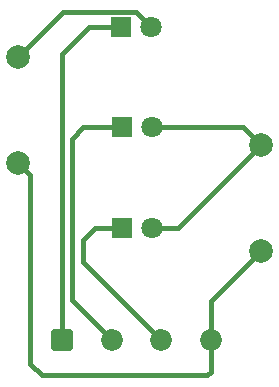
<source format=gbr>
%TF.GenerationSoftware,KiCad,Pcbnew,9.0.0*%
%TF.CreationDate,2025-03-06T15:30:41-05:00*%
%TF.ProjectId,Traffic Control System,54726166-6669-4632-9043-6f6e74726f6c,rev?*%
%TF.SameCoordinates,Original*%
%TF.FileFunction,Copper,L1,Top*%
%TF.FilePolarity,Positive*%
%FSLAX46Y46*%
G04 Gerber Fmt 4.6, Leading zero omitted, Abs format (unit mm)*
G04 Created by KiCad (PCBNEW 9.0.0) date 2025-03-06 15:30:41*
%MOMM*%
%LPD*%
G01*
G04 APERTURE LIST*
G04 Aperture macros list*
%AMRoundRect*
0 Rectangle with rounded corners*
0 $1 Rounding radius*
0 $2 $3 $4 $5 $6 $7 $8 $9 X,Y pos of 4 corners*
0 Add a 4 corners polygon primitive as box body*
4,1,4,$2,$3,$4,$5,$6,$7,$8,$9,$2,$3,0*
0 Add four circle primitives for the rounded corners*
1,1,$1+$1,$2,$3*
1,1,$1+$1,$4,$5*
1,1,$1+$1,$6,$7*
1,1,$1+$1,$8,$9*
0 Add four rect primitives between the rounded corners*
20,1,$1+$1,$2,$3,$4,$5,0*
20,1,$1+$1,$4,$5,$6,$7,0*
20,1,$1+$1,$6,$7,$8,$9,0*
20,1,$1+$1,$8,$9,$2,$3,0*%
G04 Aperture macros list end*
%TA.AperFunction,ComponentPad*%
%ADD10RoundRect,0.250000X-0.675000X-0.675000X0.675000X-0.675000X0.675000X0.675000X-0.675000X0.675000X0*%
%TD*%
%TA.AperFunction,ComponentPad*%
%ADD11C,1.850000*%
%TD*%
%TA.AperFunction,ComponentPad*%
%ADD12R,1.800000X1.800000*%
%TD*%
%TA.AperFunction,ComponentPad*%
%ADD13C,1.800000*%
%TD*%
%TA.AperFunction,ComponentPad*%
%ADD14C,2.000000*%
%TD*%
%TA.AperFunction,Conductor*%
%ADD15C,0.400000*%
%TD*%
G04 APERTURE END LIST*
D10*
%TO.P,J1,1,Pin_1*%
%TO.N,Net-(D1-K)*%
X44200000Y-65500000D03*
D11*
%TO.P,J1,2,Pin_2*%
%TO.N,Net-(D2-K)*%
X48400000Y-65500000D03*
%TO.P,J1,3,Pin_3*%
%TO.N,Net-(D3-K)*%
X52600000Y-65500000D03*
%TO.P,J1,4,Pin_4*%
%TO.N,Net-(J1-Pin_4)*%
X56800000Y-65500000D03*
%TD*%
D12*
%TO.P,D1,1,K*%
%TO.N,Net-(D1-K)*%
X49210000Y-39000000D03*
D13*
%TO.P,D1,2,A*%
%TO.N,Net-(D1-A)*%
X51750000Y-39000000D03*
%TD*%
D12*
%TO.P,D2,1,K*%
%TO.N,Net-(D2-K)*%
X49225000Y-47500000D03*
D13*
%TO.P,D2,2,A*%
%TO.N,Net-(D2-A)*%
X51765000Y-47500000D03*
%TD*%
D12*
%TO.P,D3,1,K*%
%TO.N,Net-(D3-K)*%
X49225000Y-56000000D03*
D13*
%TO.P,D3,2,A*%
%TO.N,Net-(D2-A)*%
X51765000Y-56000000D03*
%TD*%
D14*
%TO.P,R2,1*%
%TO.N,Net-(D2-A)*%
X61000000Y-49000000D03*
%TO.P,R2,2*%
%TO.N,Net-(J1-Pin_4)*%
X61000000Y-58000000D03*
%TD*%
%TO.P,R1,2*%
%TO.N,Net-(J1-Pin_4)*%
X40500000Y-50500000D03*
%TO.P,R1,1*%
%TO.N,Net-(D1-A)*%
X40500000Y-41500000D03*
%TD*%
D15*
%TO.N,Net-(D1-A)*%
X44301000Y-37699000D02*
X50449000Y-37699000D01*
X40500000Y-41500000D02*
X44301000Y-37699000D01*
X50449000Y-37699000D02*
X51750000Y-39000000D01*
%TO.N,Net-(D2-A)*%
X54000000Y-56000000D02*
X51765000Y-56000000D01*
X61000000Y-49000000D02*
X54000000Y-56000000D01*
X61000000Y-49000000D02*
X59500000Y-47500000D01*
X59500000Y-47500000D02*
X51765000Y-47500000D01*
%TO.N,Net-(J1-Pin_4)*%
X56800000Y-62200000D02*
X61000000Y-58000000D01*
X56800000Y-65500000D02*
X56800000Y-62200000D01*
X41500000Y-67500000D02*
X41500000Y-51500000D01*
X56500000Y-68500000D02*
X42500000Y-68500000D01*
X56800000Y-68200000D02*
X56500000Y-68500000D01*
X42500000Y-68500000D02*
X41500000Y-67500000D01*
X41500000Y-51500000D02*
X40500000Y-50500000D01*
X56800000Y-65500000D02*
X56800000Y-68200000D01*
%TO.N,Net-(D3-K)*%
X47000000Y-56000000D02*
X49225000Y-56000000D01*
X46000000Y-57000000D02*
X47000000Y-56000000D01*
X46000000Y-58900000D02*
X46000000Y-57000000D01*
X52600000Y-65500000D02*
X46000000Y-58900000D01*
%TO.N,Net-(D2-K)*%
X45000000Y-48500000D02*
X46000000Y-47500000D01*
X46000000Y-47500000D02*
X49225000Y-47500000D01*
X45000000Y-62100000D02*
X45000000Y-48500000D01*
X48400000Y-65500000D02*
X45000000Y-62100000D01*
%TO.N,Net-(D1-K)*%
X46500000Y-39000000D02*
X49210000Y-39000000D01*
X44200000Y-41300000D02*
X46500000Y-39000000D01*
X44200000Y-65500000D02*
X44200000Y-41300000D01*
%TD*%
M02*

</source>
